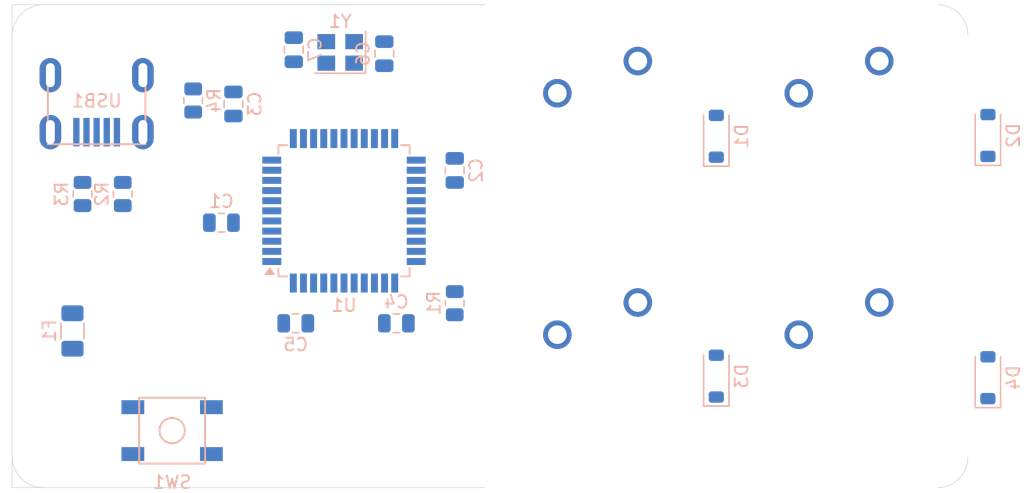
<source format=kicad_pcb>
(kicad_pcb (version 20240108) (generator "pcbnew") (generator_version "8.0")
  (layers (0 "F.Cu" signal) (31 "B.Cu" signal) (34 "B.Paste" user) (35 "F.Paste" user) (36 "B.SilkS" user "B.Silkscreen") (37 "F.SilkS" user "F.Silkscreen") (38 "B.Mask" user) (39 "F.Mask" user) (44 "Edge.Cuts" user))
  (net 0 "")
  (net 1 "GND")
  (net 2 "Net-(U1-UCAP)")
  (net 3 "+5V")
  (net 4 "Net-(U1-XTAL1)")
  (net 5 "Net-(U1-XTAL2)")
  (net 6 "ROW0")
  (net 7 "Net-(D1-A)")
  (net 8 "Net-(D2-A)")
  (net 9 "Net-(D3-A)")
  (net 10 "ROW1")
  (net 11 "Net-(D4-A)")
  (net 12 "VCC")
  (net 13 "COL0")
  (net 14 "COL1")
  (net 15 "Net-(U1-~{HWB}{slash}PE2)")
  (net 16 "D+")
  (net 17 "Net-(U1-D+)")
  (net 18 "Net-(U1-D-)")
  (net 19 "D-")
  (net 20 "Net-(U1-~{RESET})")
  (footprint "MX_Only:MXOnly-1U-NoLED" (layer "F.Cu") (at 118.26875 86.51875)
    (property "Reference" "MX3")
    (property "Value" "MX-NoLED")
    (pad "" np_thru_hole circle (at -5.08 0 48.0996) (size 1.75 1.75) (drill 1.75) (layers "*.Cu" "*.Mask"))
    (pad "" np_thru_hole circle (at 0 0) (size 3.9878 3.9878) (drill 3.9878) (layers "*.Cu" "*.Mask"))
    (pad "" np_thru_hole circle (at 5.08 0 48.0996) (size 1.75 1.75) (drill 1.75) (layers "*.Cu" "*.Mask"))
    (pad "1" thru_hole circle (at -3.81 -2.54) (size 2.25 2.25) (drill 1.47) (layers "*.Cu" "B.Mask") (net 14 "COL1"))
    (pad "2" thru_hole circle (at 2.54 -5.08) (size 2.25 2.25) (drill 1.47) (layers "*.Cu" "B.Mask") (net 9 "Net-(D3-A)"))
  )
  (footprint "MX_Only:MXOnly-1U-NoLED" (layer "F.Cu") (at 118.26875 67.46875)
    (property "Reference" "MX1")
    (property "Value" "MX-NoLED")
    (pad "" np_thru_hole circle (at -5.08 0 48.0996) (size 1.75 1.75) (drill 1.75) (layers "*.Cu" "*.Mask"))
    (pad "" np_thru_hole circle (at 0 0) (size 3.9878 3.9878) (drill 3.9878) (layers "*.Cu" "*.Mask"))
    (pad "" np_thru_hole circle (at 5.08 0 48.0996) (size 1.75 1.75) (drill 1.75) (layers "*.Cu" "*.Mask"))
    (pad "1" thru_hole circle (at -3.81 -2.54) (size 2.25 2.25) (drill 1.47) (layers "*.Cu" "B.Mask") (net 13 "COL0"))
    (pad "2" thru_hole circle (at 2.54 -5.08) (size 2.25 2.25) (drill 1.47) (layers "*.Cu" "B.Mask") (net 7 "Net-(D1-A)"))
  )
  (footprint "MX_Only:MXOnly-1U-NoLED" (layer "F.Cu") (at 137.31875 86.51875)
    (property "Reference" "MX4")
    (property "Value" "MX-NoLED")
    (pad "" np_thru_hole circle (at -5.08 0 48.0996) (size 1.75 1.75) (drill 1.75) (layers "*.Cu" "*.Mask"))
    (pad "" np_thru_hole circle (at 0 0) (size 3.9878 3.9878) (drill 3.9878) (layers "*.Cu" "*.Mask"))
    (pad "" np_thru_hole circle (at 5.08 0 48.0996) (size 1.75 1.75) (drill 1.75) (layers "*.Cu" "*.Mask"))
    (pad "1" thru_hole circle (at -3.81 -2.54) (size 2.25 2.25) (drill 1.47) (layers "*.Cu" "B.Mask") (net 13 "COL0"))
    (pad "2" thru_hole circle (at 2.54 -5.08) (size 2.25 2.25) (drill 1.47) (layers "*.Cu" "B.Mask") (net 11 "Net-(D4-A)"))
  )
  (footprint "MX_Only:MXOnly-1U-NoLED" (layer "F.Cu") (at 137.31875 67.46875)
    (property "Reference" "MX2")
    (property "Value" "MX-NoLED")
    (pad "" np_thru_hole circle (at -5.08 0 48.0996) (size 1.75 1.75) (drill 1.75) (layers "*.Cu" "*.Mask"))
    (pad "" np_thru_hole circle (at 0 0) (size 3.9878 3.9878) (drill 3.9878) (layers "*.Cu" "*.Mask"))
    (pad "" np_thru_hole circle (at 5.08 0 48.0996) (size 1.75 1.75) (drill 1.75) (layers "*.Cu" "*.Mask"))
    (pad "1" thru_hole circle (at -3.81 -2.54) (size 2.25 2.25) (drill 1.47) (layers "*.Cu" "B.Mask") (net 14 "COL1"))
    (pad "2" thru_hole circle (at 2.54 -5.08) (size 2.25 2.25) (drill 1.47) (layers "*.Cu" "B.Mask") (net 8 "Net-(D2-A)"))
  )
  (footprint "Diode_SMD:D_SOD-123" (layer "B.Cu") (at 148.43125 87.375 90)
    (property "Reference" "D4" (at 0 2 90) (layer "B.SilkS") (effects (justify mirror)))
    (property "Value" "D_Small")
    (fp_line (start 1.65 -1) (end -2.36 -1) (stroke (width 0.12)) (layer "B.SilkS"))
    (fp_line (start -2.36 -1) (end -2.36 1) (stroke (width 0.12)) (layer "B.SilkS"))
    (fp_line (start 1.65 1) (end -2.36 1) (stroke (width 0.12)) (layer "B.SilkS"))
    (pad "1" smd roundrect (at -1.65 0 90) (size 0.9 1.2) (layers "B.Cu" "B.Paste" "B.Mask") (net 10 "ROW1"))
    (pad "2" smd roundrect (at 1.65 0 90) (size 0.9 1.2) (layers "B.Cu" "B.Paste" "B.Mask") (net 11 "Net-(D4-A)"))
  )
  (footprint "Resistor_SMD:R_0805_2012Metric" (layer "B.Cu") (at 85.725 65.5 90)
    (property "Reference" "R4" (at 0 1.65 90) (layer "B.SilkS") (effects (justify mirror)))
    (property "Value" "10k")
    (fp_line (start 0.227064 -0.735) (end -0.227064 -0.735) (stroke (width 0.12)) (layer "B.SilkS"))
    (fp_line (start 0.227064 0.735) (end -0.227064 0.735) (stroke (width 0.12)) (layer "B.SilkS"))
    (pad "1" smd roundrect (at -0.9125 0 90) (size 1.025 1.4) (layers "B.Cu" "B.Paste" "B.Mask") (roundrect_rratio 0.243902) (net 3 "+5V"))
    (pad "2" smd roundrect (at 0.9125 0 90) (size 1.025 1.4) (layers "B.Cu" "B.Paste" "B.Mask") (roundrect_rratio 0.243902) (net 20 "Net-(U1-~{RESET})"))
  )
  (footprint "Diode_SMD:D_SOD-123" (layer "B.Cu") (at 127 68.325 90)
    (property "Reference" "D1" (at 0 2 90) (layer "B.SilkS") (effects (justify mirror)))
    (property "Value" "D_Small")
    (fp_line (start 1.65 -1) (end -2.36 -1) (stroke (width 0.12)) (layer "B.SilkS"))
    (fp_line (start -2.36 -1) (end -2.36 1) (stroke (width 0.12)) (layer "B.SilkS"))
    (fp_line (start 1.65 1) (end -2.36 1) (stroke (width 0.12)) (layer "B.SilkS"))
    (pad "1" smd roundrect (at -1.65 0 90) (size 0.9 1.2) (layers "B.Cu" "B.Paste" "B.Mask") (net 6 "ROW0"))
    (pad "2" smd roundrect (at 1.65 0 90) (size 0.9 1.2) (layers "B.Cu" "B.Paste" "B.Mask") (net 7 "Net-(D1-A)"))
  )
  (footprint "Package_QFP:TQFP-44_10x10mm_P0.8mm" (layer "B.Cu") (at 97.625 74.20625)
    (property "Reference" "U1" (at 0 7.45 360) (layer "B.SilkS") (effects (justify mirror)))
    (property "Value" "ATmega32U4-A")
    (fp_line (start -5.175 -4.5) (end -5.175 -5.175) (stroke (width 0.15)) (layer "B.SilkS"))
    (fp_line (start -5.175 4.56) (end -5.175 5.175) (stroke (width 0.15)) (layer "B.SilkS"))
    (fp_line (start -4.5 -5.175) (end -5.175 -5.175) (stroke (width 0.15)) (layer "B.SilkS"))
    (fp_line (start -4.5 5.175) (end -5.175 5.175) (stroke (width 0.15)) (layer "B.SilkS"))
    (fp_line (start 4.5 -5.175) (end 5.175 -5.175) (stroke (width 0.15)) (layer "B.SilkS"))
    (fp_line (start 4.5 5.175) (end 5.175 5.175) (stroke (width 0.15)) (layer "B.SilkS"))
    (fp_line (start 5.175 -4.5) (end 5.175 -5.175) (stroke (width 0.15)) (layer "B.SilkS"))
    (fp_line (start 5.175 4.5) (end 5.175 5.175) (stroke (width 0.15)) (layer "B.SilkS"))
    (fp_poly (pts (xy -5.86 4.54) (xy -6.2 5.01) (xy -5.52 5.01) (xy -5.86 4.54)) (stroke (width 0.12)) (fill solid) (layer "B.SilkS"))
    (pad "1" smd rect (at -5.7 4) (size 1.5 0.55) (layers "B.Cu" "B.Paste" "B.Mask"))
    (pad "2" smd rect (at -5.7 3.2) (size 1.5 0.55) (layers "B.Cu" "B.Paste" "B.Mask") (net 3 "+5V"))
    (pad "3" smd rect (at -5.7 2.4) (size 1.5 0.55) (layers "B.Cu" "B.Paste" "B.Mask") (net 18 "Net-(U1-D-)"))
    (pad "4" smd rect (at -5.7 1.6) (size 1.5 0.55) (layers "B.Cu" "B.Paste" "B.Mask") (net 17 "Net-(U1-D+)"))
    (pad "5" smd rect (at -5.7 0.8) (size 1.5 0.55) (layers "B.Cu" "B.Paste" "B.Mask") (net 1 "GND"))
    (pad "6" smd rect (at -5.7 0) (size 1.5 0.55) (layers "B.Cu" "B.Paste" "B.Mask") (net 2 "Net-(U1-UCAP)"))
    (pad "7" smd rect (at -5.7 -0.8) (size 1.5 0.55) (layers "B.Cu" "B.Paste" "B.Mask") (net 3 "+5V"))
    (pad "8" smd rect (at -5.7 -1.6) (size 1.5 0.55) (layers "B.Cu" "B.Paste" "B.Mask"))
    (pad "9" smd rect (at -5.7 -2.4) (size 1.5 0.55) (layers "B.Cu" "B.Paste" "B.Mask"))
    (pad "10" smd rect (at -5.7 -3.2) (size 1.5 0.55) (layers "B.Cu" "B.Paste" "B.Mask"))
    (pad "11" smd rect (at -5.7 -4) (size 1.5 0.55) (layers "B.Cu" "B.Paste" "B.Mask"))
    (pad "12" smd rect (at -4 -5.7 270) (size 1.5 0.55) (layers "B.Cu" "B.Paste" "B.Mask"))
    (pad "13" smd rect (at -3.2 -5.7 270) (size 1.5 0.55) (layers "B.Cu" "B.Paste" "B.Mask") (net 20 "Net-(U1-~{RESET})"))
    (pad "14" smd rect (at -2.4 -5.7 270) (size 1.5 0.55) (layers "B.Cu" "B.Paste" "B.Mask") (net 3 "+5V"))
    (pad "15" smd rect (at -1.6 -5.7 270) (size 1.5 0.55) (layers "B.Cu" "B.Paste" "B.Mask") (net 1 "GND"))
    (pad "16" smd rect (at -0.8 -5.7 270) (size 1.5 0.55) (layers "B.Cu" "B.Paste" "B.Mask") (net 5 "Net-(U1-XTAL2)"))
    (pad "17" smd rect (at 0 -5.7 270) (size 1.5 0.55) (layers "B.Cu" "B.Paste" "B.Mask") (net 4 "Net-(U1-XTAL1)"))
    (pad "18" smd rect (at 0.8 -5.7 270) (size 1.5 0.55) (layers "B.Cu" "B.Paste" "B.Mask"))
    (pad "19" smd rect (at 1.6 -5.7 270) (size 1.5 0.55) (layers "B.Cu" "B.Paste" "B.Mask"))
    (pad "20" smd rect (at 2.4 -5.7 270) (size 1.5 0.55) (layers "B.Cu" "B.Paste" "B.Mask"))
    (pad "21" smd rect (at 3.2 -5.7 270) (size 1.5 0.55) (layers "B.Cu" "B.Paste" "B.Mask"))
    (pad "22" smd rect (at 4 -5.7 270) (size 1.5 0.55) (layers "B.Cu" "B.Paste" "B.Mask"))
    (pad "23" smd rect (at 5.7 -4) (size 1.5 0.55) (layers "B.Cu" "B.Paste" "B.Mask") (net 1 "GND"))
    (pad "24" smd rect (at 5.7 -3.2) (size 1.5 0.55) (layers "B.Cu" "B.Paste" "B.Mask") (net 3 "+5V"))
    (pad "25" smd rect (at 5.7 -2.4) (size 1.5 0.55) (layers "B.Cu" "B.Paste" "B.Mask"))
    (pad "26" smd rect (at 5.7 -1.6) (size 1.5 0.55) (layers "B.Cu" "B.Paste" "B.Mask"))
    (pad "27" smd rect (at 5.7 -0.8) (size 1.5 0.55) (layers "B.Cu" "B.Paste" "B.Mask") (net 6 "ROW0"))
    (pad "28" smd rect (at 5.7 0) (size 1.5 0.55) (layers "B.Cu" "B.Paste" "B.Mask") (net 14 "COL1"))
    (pad "29" smd rect (at 5.7 0.8) (size 1.5 0.55) (layers "B.Cu" "B.Paste" "B.Mask") (net 13 "COL0"))
    (pad "30" smd rect (at 5.7 1.6) (size 1.5 0.55) (layers "B.Cu" "B.Paste" "B.Mask") (net 10 "ROW1"))
    (pad "31" smd rect (at 5.7 2.4) (size 1.5 0.55) (layers "B.Cu" "B.Paste" "B.Mask"))
    (pad "32" smd rect (at 5.7 3.2) (size 1.5 0.55) (layers "B.Cu" "B.Paste" "B.Mask"))
    (pad "33" smd rect (at 5.7 4) (size 1.5 0.55) (layers "B.Cu" "B.Paste" "B.Mask") (net 15 "Net-(U1-~{HWB}{slash}PE2)"))
    (pad "34" smd rect (at 4 5.7 270) (size 1.5 0.55) (layers "B.Cu" "B.Paste" "B.Mask") (net 3 "+5V"))
    (pad "35" smd rect (at 3.2 5.7 270) (size 1.5 0.55) (layers "B.Cu" "B.Paste" "B.Mask") (net 1 "GND"))
    (pad "36" smd rect (at 2.4 5.7 270) (size 1.5 0.55) (layers "B.Cu" "B.Paste" "B.Mask"))
    (pad "37" smd rect (at 1.6 5.7 270) (size 1.5 0.55) (layers "B.Cu" "B.Paste" "B.Mask"))
    (pad "38" smd rect (at 0.8 5.7 270) (size 1.5 0.55) (layers "B.Cu" "B.Paste" "B.Mask"))
    (pad "39" smd rect (at 0 5.7 270) (size 1.5 0.55) (layers "B.Cu" "B.Paste" "B.Mask"))
    (pad "40" smd rect (at -0.8 5.7 270) (size 1.5 0.55) (layers "B.Cu" "B.Paste" "B.Mask"))
    (pad "41" smd rect (at -1.6 5.7 270) (size 1.5 0.55) (layers "B.Cu" "B.Paste" "B.Mask"))
    (pad "42" smd rect (at -2.4 5.7 270) (size 1.5 0.55) (layers "B.Cu" "B.Paste" "B.Mask"))
    (pad "43" smd rect (at -3.2 5.7 270) (size 1.5 0.55) (layers "B.Cu" "B.Paste" "B.Mask") (net 1 "GND"))
    (pad "44" smd rect (at -4 5.7 270) (size 1.5 0.55) (layers "B.Cu" "B.Paste" "B.Mask") (net 3 "+5V"))
  )
  (footprint "Fuse:Fuse_1206_3216Metric" (layer "B.Cu") (at 76.2 83.6875 -90)
    (property "Reference" "F1" (at 0 1.82 90) (layer "B.SilkS") (effects (justify mirror)))
    (property "Value" "Polyfuse_Small")
    (fp_line (start 0.602064 0.91) (end -0.602064 0.91) (stroke (width 0.12)) (layer "B.SilkS"))
    (fp_line (start 0.602064 -0.91) (end -0.602064 -0.91) (stroke (width 0.12)) (layer "B.SilkS"))
    (pad "1" smd roundrect (at -1.4 0 270) (size 1.25 1.75) (layers "B.Cu" "B.Paste" "B.Mask") (roundrect_rratio 0.2) (net 12 "VCC"))
    (pad "2" smd roundrect (at 1.4 0 270) (size 1.25 1.75) (layers "B.Cu" "B.Paste" "B.Mask") (roundrect_rratio 0.2) (net 3 "+5V"))
  )
  (footprint "Capacitor_SMD:C_0805_2012Metric" (layer "B.Cu") (at 93.81875 83.08125)
    (property "Reference" "C5" (at 0 1.68 360) (layer "B.SilkS") (effects (justify mirror)))
    (property "Value" "10 uF")
    (fp_line (start 0.261252 -0.735) (end -0.261252 -0.735) (stroke (width 0.12)) (layer "B.SilkS"))
    (fp_line (start 0.261252 0.735) (end -0.261252 0.735) (stroke (width 0.12)) (layer "B.SilkS"))
    (pad "1" smd roundrect (at -0.95 0) (size 1 1.45) (layers "B.Cu" "B.Paste" "B.Mask") (net 3 "+5V"))
    (pad "2" smd roundrect (at 0.95 0) (size 1 1.45) (layers "B.Cu" "B.Paste" "B.Mask") (net 1 "GND"))
  )
  (footprint "Capacitor_SMD:C_0805_2012Metric" (layer "B.Cu") (at 87.95 75.14375 180)
    (property "Reference" "C1" (at 0 1.68 0) (layer "B.SilkS") (effects (justify mirror)))
    (property "Value" "1 uF")
    (fp_line (start 0.261252 0.735) (end -0.261252 0.735) (stroke (width 0.12)) (layer "B.SilkS"))
    (fp_line (start 0.261252 -0.735) (end -0.261252 -0.735) (stroke (width 0.12)) (layer "B.SilkS"))
    (pad "1" smd roundrect (at -0.95 0 180) (size 1 1.45) (layers "B.Cu" "B.Paste" "B.Mask") (net 1 "GND"))
    (pad "2" smd roundrect (at 0.95 0 180) (size 1 1.45) (layers "B.Cu" "B.Paste" "B.Mask") (net 2 "Net-(U1-UCAP)"))
  )
  (footprint "Resistor_SMD:R_0805_2012Metric" (layer "B.Cu") (at 106.3625 81.49375 -90)
    (property "Reference" "R1" (at 0 1.65 90) (layer "B.SilkS") (effects (justify mirror)))
    (property "Value" "10k")
    (fp_line (start 0.227064 0.735) (end -0.227064 0.735) (stroke (width 0.12)) (layer "B.SilkS"))
    (fp_line (start 0.227064 -0.735) (end -0.227064 -0.735) (stroke (width 0.12)) (layer "B.SilkS"))
    (pad "1" smd roundrect (at -0.9125 0 270) (size 1.025 1.4) (layers "B.Cu" "B.Paste" "B.Mask") (roundrect_rratio 0.243902) (net 15 "Net-(U1-~{HWB}{slash}PE2)"))
    (pad "2" smd roundrect (at 0.9125 0 270) (size 1.025 1.4) (layers "B.Cu" "B.Paste" "B.Mask") (roundrect_rratio 0.243902) (net 1 "GND"))
  )
  (footprint "Diode_SMD:D_SOD-123" (layer "B.Cu") (at 148.43125 68.2625 90)
    (property "Reference" "D2" (at 0 2 90) (layer "B.SilkS") (effects (justify mirror)))
    (property "Value" "D_Small")
    (fp_line (start 1.65 -1) (end -2.36 -1) (stroke (width 0.12)) (layer "B.SilkS"))
    (fp_line (start -2.36 -1) (end -2.36 1) (stroke (width 0.12)) (layer "B.SilkS"))
    (fp_line (start 1.65 1) (end -2.36 1) (stroke (width 0.12)) (layer "B.SilkS"))
    (pad "1" smd roundrect (at -1.65 0 90) (size 0.9 1.2) (layers "B.Cu" "B.Paste" "B.Mask") (net 6 "ROW0"))
    (pad "2" smd roundrect (at 1.65 0 90) (size 0.9 1.2) (layers "B.Cu" "B.Paste" "B.Mask") (net 8 "Net-(D2-A)"))
  )
  (footprint "Resistor_SMD:R_0805_2012Metric" (layer "B.Cu") (at 80.16875 72.88125 -90)
    (property "Reference" "R2" (at 0 1.65 90) (layer "B.SilkS") (effects (justify mirror)))
    (property "Value" "22")
    (fp_line (start 0.227064 0.735) (end -0.227064 0.735) (stroke (width 0.12)) (layer "B.SilkS"))
    (fp_line (start 0.227064 -0.735) (end -0.227064 -0.735) (stroke (width 0.12)) (layer "B.SilkS"))
    (pad "1" smd roundrect (at -0.9125 0 270) (size 1.025 1.4) (layers "B.Cu" "B.Paste" "B.Mask") (roundrect_rratio 0.243902) (net 16 "D+"))
    (pad "2" smd roundrect (at 0.9125 0 270) (size 1.025 1.4) (layers "B.Cu" "B.Paste" "B.Mask") (roundrect_rratio 0.243902) (net 17 "Net-(U1-D+)"))
  )
  (footprint "Capacitor_SMD:C_0805_2012Metric" (layer "B.Cu") (at 93.6625 61.49375 90)
    (property "Reference" "C7" (at 0 1.68 90) (layer "B.SilkS") (effects (justify mirror)))
    (property "Value" "22 pF")
    (fp_line (start 0.261252 -0.735) (end -0.261252 -0.735) (stroke (width 0.12)) (layer "B.SilkS"))
    (fp_line (start 0.261252 0.735) (end -0.261252 0.735) (stroke (width 0.12)) (layer "B.SilkS"))
    (pad "1" smd roundrect (at -0.95 0 90) (size 1 1.45) (layers "B.Cu" "B.Paste" "B.Mask") (net 1 "GND"))
    (pad "2" smd roundrect (at 0.95 0 90) (size 1 1.45) (layers "B.Cu" "B.Paste" "B.Mask") (net 5 "Net-(U1-XTAL2)"))
  )
  (footprint "Capacitor_SMD:C_0805_2012Metric" (layer "B.Cu") (at 101.75625 83.08125 180)
    (property "Reference" "C4" (at 0 1.68 360) (layer "B.SilkS") (effects (justify mirror)))
    (property "Value" "0.1 uF")
    (fp_line (start 0.261252 0.735) (end -0.261252 0.735) (stroke (width 0.12)) (layer "B.SilkS"))
    (fp_line (start 0.261252 -0.735) (end -0.261252 -0.735) (stroke (width 0.12)) (layer "B.SilkS"))
    (pad "1" smd roundrect (at -0.95 0 180) (size 1 1.45) (layers "B.Cu" "B.Paste" "B.Mask") (net 3 "+5V"))
    (pad "2" smd roundrect (at 0.95 0 180) (size 1 1.45) (layers "B.Cu" "B.Paste" "B.Mask") (net 1 "GND"))
  )
  (footprint "Resistor_SMD:R_0805_2012Metric" (layer "B.Cu") (at 76.99375 72.88125 -90)
    (property "Reference" "R3" (at 0 1.65 90) (layer "B.SilkS") (effects (justify mirror)))
    (property "Value" "22")
    (fp_line (start 0.227064 0.735) (end -0.227064 0.735) (stroke (width 0.12)) (layer "B.SilkS"))
    (fp_line (start 0.227064 -0.735) (end -0.227064 -0.735) (stroke (width 0.12)) (layer "B.SilkS"))
    (pad "1" smd roundrect (at -0.9125 0 270) (size 1.025 1.4) (layers "B.Cu" "B.Paste" "B.Mask") (roundrect_rratio 0.243902) (net 19 "D-"))
    (pad "2" smd roundrect (at 0.9125 0 270) (size 1.025 1.4) (layers "B.Cu" "B.Paste" "B.Mask") (roundrect_rratio 0.243902) (net 18 "Net-(U1-D-)"))
  )
  (footprint "Diode_SMD:D_SOD-123" (layer "B.Cu") (at 127 87.25 90)
    (property "Reference" "D3" (at 0 2 90) (layer "B.SilkS") (effects (justify mirror)))
    (property "Value" "D_Small")
    (fp_line (start 1.65 -1) (end -2.36 -1) (stroke (width 0.12)) (layer "B.SilkS"))
    (fp_line (start -2.36 -1) (end -2.36 1) (stroke (width 0.12)) (layer "B.SilkS"))
    (fp_line (start 1.65 1) (end -2.36 1) (stroke (width 0.12)) (layer "B.SilkS"))
    (pad "1" smd roundrect (at -1.65 0 90) (size 0.9 1.2) (layers "B.Cu" "B.Paste" "B.Mask") (net 10 "ROW1"))
    (pad "2" smd roundrect (at 1.65 0 90) (size 0.9 1.2) (layers "B.Cu" "B.Paste" "B.Mask") (net 9 "Net-(D3-A)"))
  )
  (footprint "Capacitor_SMD:C_0805_2012Metric" (layer "B.Cu") (at 106.3625 71.01875 90)
    (property "Reference" "C2" (at 0 1.68 90) (layer "B.SilkS") (effects (justify mirror)))
    (property "Value" "0.1 uF")
    (fp_line (start 0.261252 -0.735) (end -0.261252 -0.735) (stroke (width 0.12)) (layer "B.SilkS"))
    (fp_line (start 0.261252 0.735) (end -0.261252 0.735) (stroke (width 0.12)) (layer "B.SilkS"))
    (pad "1" smd roundrect (at -0.95 0 90) (size 1 1.45) (layers "B.Cu" "B.Paste" "B.Mask") (net 3 "+5V"))
    (pad "2" smd roundrect (at 0.95 0 90) (size 1 1.45) (layers "B.Cu" "B.Paste" "B.Mask") (net 1 "GND"))
  )
  (footprint "Capacitor_SMD:C_0805_2012Metric" (layer "B.Cu") (at 100.80625 61.80625 -90)
    (property "Reference" "C6" (at 0 1.68 90) (layer "B.SilkS") (effects (justify mirror)))
    (property "Value" "22 pF")
    (fp_line (start 0.261252 0.735) (end -0.261252 0.735) (stroke (width 0.12)) (layer "B.SilkS"))
    (fp_line (start 0.261252 -0.735) (end -0.261252 -0.735) (stroke (width 0.12)) (layer "B.SilkS"))
    (pad "1" smd roundrect (at -0.95 0 270) (size 1 1.45) (layers "B.Cu" "B.Paste" "B.Mask") (net 1 "GND"))
    (pad "2" smd roundrect (at 0.95 0 270) (size 1 1.45) (layers "B.Cu" "B.Paste" "B.Mask") (net 4 "Net-(U1-XTAL1)"))
  )
  (footprint "random-keyboard-parts:Molex-0548190589" (layer "B.Cu") (at 78.10625 63.5 -90)
    (property "Reference" "USB1" (at 2.032 0 0) (layer "B.SilkS") (effects (justify mirror)))
    (property "Value" "Molex-0548190589")
    (fp_line (start 5.45 3.85) (end 0 3.85) (stroke (width 0.15)) (layer "B.SilkS"))
    (fp_line (start 5.45 -3.85) (end 5.45 3.85) (stroke (width 0.15)) (layer "B.SilkS"))
    (fp_line (start 5.45 -3.85) (end 0 -3.85) (stroke (width 0.15)) (layer "B.SilkS"))
    (pad "1" smd rect (at 4.5 -1.6 270) (size 2.25 0.5) (layers "B.Cu" "B.Paste" "B.Mask") (net 1 "GND"))
    (pad "2" smd rect (at 4.5 -0.8 270) (size 2.25 0.5) (layers "B.Cu" "B.Paste" "B.Mask"))
    (pad "3" smd rect (at 4.5 0 270) (size 2.25 0.5) (layers "B.Cu" "B.Paste" "B.Mask") (net 16 "D+"))
    (pad "4" smd rect (at 4.5 0.8 270) (size 2.25 0.5) (layers "B.Cu" "B.Paste" "B.Mask") (net 19 "D-"))
    (pad "5" smd rect (at 4.5 1.6 270) (size 2.25 0.5) (layers "B.Cu" "B.Paste" "B.Mask") (net 12 "VCC"))
    (pad "6" thru_hole oval (at 0 -3.65 270) (size 2.7 1.7) (drill oval 1.9 0.7) (layers "*.Cu" "*.Mask"))
    (pad "6" thru_hole oval (at 0 3.65 270) (size 2.7 1.7) (drill oval 1.9 0.7) (layers "*.Cu" "*.Mask"))
    (pad "6" thru_hole oval (at 4.5 -3.65 270) (size 2.7 1.7) (drill oval 1.9 0.7) (layers "*.Cu" "*.Mask"))
    (pad "6" thru_hole oval (at 4.5 3.65 270) (size 2.7 1.7) (drill oval 1.9 0.7) (layers "*.Cu" "*.Mask"))
  )
  (footprint "random-keyboard-parts:SKQG-1155865" (layer "B.Cu") (at 84.0625 91.55 180)
    (property "Reference" "SW1" (at 0 -4.064 0) (layer "B.SilkS") (effects (justify mirror)))
    (property "Value" "SW_Push")
    (fp_line (start 2.6 2.6) (end -2.6 2.6) (stroke (width 0.15)) (layer "B.SilkS"))
    (fp_line (start 2.6 -2.6) (end 2.6 2.6) (stroke (width 0.15)) (layer "B.SilkS"))
    (fp_line (start -2.6 2.6) (end -2.6 -2.6) (stroke (width 0.15)) (layer "B.SilkS"))
    (fp_line (start -2.6 -2.6) (end 2.6 -2.6) (stroke (width 0.15)) (layer "B.SilkS"))
    (fp_circle (center 0 0) (end 1 0) (stroke (width 0.15)) (fill none) (layer "B.SilkS"))
    (pad "1" smd rect (at 3.1 -1.85 180) (size 1.8 1.1) (layers "B.Cu" "B.Paste" "B.Mask") (net 1 "GND"))
    (pad "2" smd rect (at -3.1 1.85 180) (size 1.8 1.1) (layers "B.Cu" "B.Paste" "B.Mask") (net 20 "Net-(U1-~{RESET})"))
    (pad "3" smd rect (at 3.1 1.85 180) (size 1.8 1.1) (layers "B.Cu" "B.Paste" "B.Mask"))
    (pad "4" smd rect (at -3.1 -1.85 180) (size 1.8 1.1) (layers "B.Cu" "B.Paste" "B.Mask"))
  )
  (footprint "Crystal:Crystal_SMD_3225-4Pin_3.2x2.5mm" (layer "B.Cu") (at 97.325 61.70625 180)
    (property "Reference" "Y1" (at 0 2.45 0) (layer "B.SilkS") (effects (justify mirror)))
    (property "Value" "16 MHz")
    (fp_line (start 2 -1.65) (end -2 -1.65) (stroke (width 0.12)) (layer "B.SilkS"))
    (fp_line (start -2 -1.65) (end -2 1.65) (stroke (width 0.12)) (layer "B.SilkS"))
    (pad "1" smd rect (at -1.1 -0.85 180) (size 1.4 1.2) (layers "B.Cu" "B.Paste" "B.Mask") (net 4 "Net-(U1-XTAL1)"))
    (pad "2" smd rect (at 1.1 -0.85 180) (size 1.4 1.2) (layers "B.Cu" "B.Paste" "B.Mask") (net 1 "GND"))
    (pad "3" smd rect (at 1.1 0.85 180) (size 1.4 1.2) (layers "B.Cu" "B.Paste" "B.Mask") (net 5 "Net-(U1-XTAL2)"))
    (pad "4" smd rect (at -1.1 0.85 180) (size 1.4 1.2) (layers "B.Cu" "B.Paste" "B.Mask") (net 1 "GND"))
  )
  (footprint "Capacitor_SMD:C_0805_2012Metric" (layer "B.Cu") (at 88.9 65.775 90)
    (property "Reference" "C3" (at 0 1.68 90) (layer "B.SilkS") (effects (justify mirror)))
    (property "Value" "0.1 uF")
    (fp_line (start 0.261252 -0.735) (end -0.261252 -0.735) (stroke (width 0.12)) (layer "B.SilkS"))
    (fp_line (start 0.261252 0.735) (end -0.261252 0.735) (stroke (width 0.12)) (layer "B.SilkS"))
    (pad "1" smd roundrect (at -0.95 0 90) (size 1 1.45) (layers "B.Cu" "B.Paste" "B.Mask") (net 3 "+5V"))
    (pad "2" smd roundrect (at 0.95 0 90) (size 1 1.45) (layers "B.Cu" "B.Paste" "B.Mask") (net 1 "GND"))
  )
  (gr_line (start 108.74375 96.04375) (end 71.4375 96.04375) (stroke (width 0.05)) (layer "Edge.Cuts"))
  (gr_line (start 108.74375 57.94375) (end 71.4375 57.94375) (stroke (width 0.05)) (layer "Edge.Cuts"))
  (gr_arc (start 73.915048 96.04375) (mid 72.163157 95.318093) (end 71.4375 93.566202) (stroke (width 0.05)) (layer "Edge.Cuts"))
  (gr_arc (start 146.84375 93.6625) (mid 146.146298 95.346298) (end 144.4625 96.04375) (stroke (width 0.05)) (layer "Edge.Cuts"))
  (gr_line (start 71.4375 96.04375) (end 71.4375 57.94375) (stroke (width 0.05)) (layer "Edge.Cuts"))
  (gr_arc (start 71.4375 60.421298) (mid 72.163157 58.669407) (end 73.915048 57.94375) (stroke (width 0.05)) (layer "Edge.Cuts"))
  (gr_arc (start 144.4625 57.94375) (mid 146.146298 58.641202) (end 146.84375 60.325) (stroke (width 0.05)) (layer "Edge.Cuts"))
)
</source>
